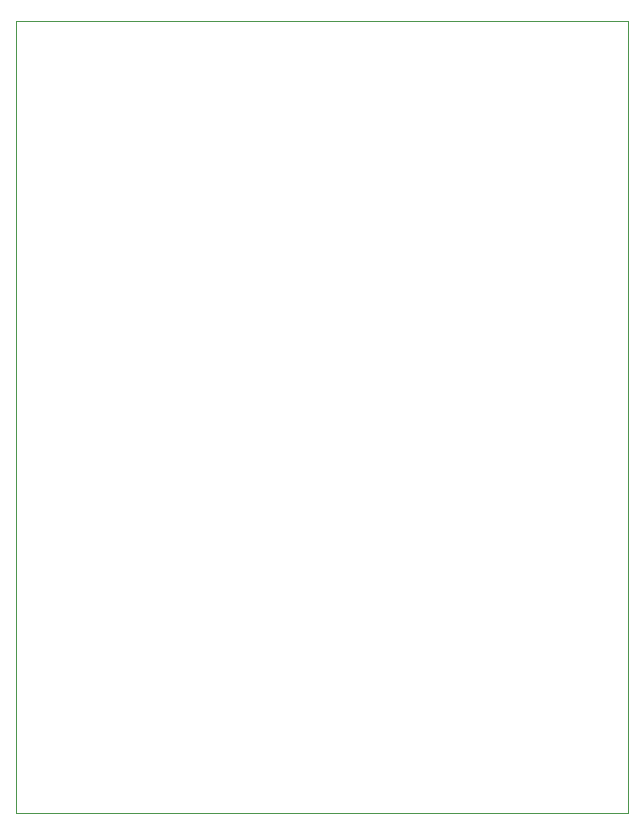
<source format=gbr>
G04 #@! TF.GenerationSoftware,KiCad,Pcbnew,(5.1.5-0-10_14)*
G04 #@! TF.CreationDate,2020-08-20T12:56:15-04:00*
G04 #@! TF.ProjectId,ESLO_PSP,45534c4f-5f50-4535-902e-6b696361645f,rev?*
G04 #@! TF.SameCoordinates,Original*
G04 #@! TF.FileFunction,Profile,NP*
%FSLAX46Y46*%
G04 Gerber Fmt 4.6, Leading zero omitted, Abs format (unit mm)*
G04 Created by KiCad (PCBNEW (5.1.5-0-10_14)) date 2020-08-20 12:56:15*
%MOMM*%
%LPD*%
G04 APERTURE LIST*
%ADD10C,0.100000*%
G04 APERTURE END LIST*
D10*
X162052000Y-39624000D02*
X110236000Y-39624000D01*
X162052000Y-106680000D02*
X162052000Y-39624000D01*
X110236000Y-106680000D02*
X162052000Y-106680000D01*
X110236000Y-39624000D02*
X110236000Y-106680000D01*
M02*

</source>
